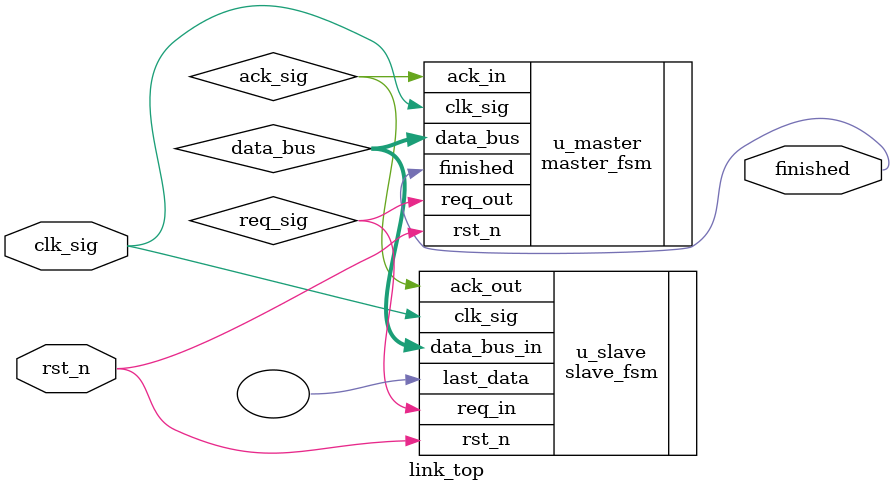
<source format=v>
`timescale 1ns / 1ps
module link_top(
    input  wire clk_sig,
    input  wire rst_n,
    output wire finished
);

    wire req_sig, ack_sig;
    wire [7:0] data_bus;

    master_fsm u_master (
        .clk_sig(clk_sig),
        .rst_n(rst_n),
        .ack_in(ack_sig),
        .req_out(req_sig),
        .data_bus(data_bus),
        .finished(finished)
    );

    slave_fsm u_slave (
        .clk_sig(clk_sig),
        .rst_n(rst_n),
        .req_in(req_sig),
        .data_bus_in(data_bus),
        .ack_out(ack_sig),
        .last_data()
    );

endmodule

</source>
